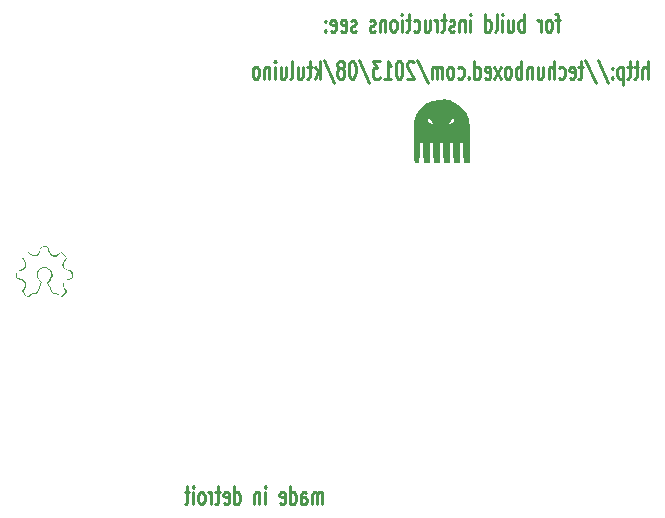
<source format=gbo>
G04 (created by PCBNEW (2013-07-07 BZR 4022)-stable) date 8/3/2013 10:48:53 AM*
%MOIN*%
G04 Gerber Fmt 3.4, Leading zero omitted, Abs format*
%FSLAX34Y34*%
G01*
G70*
G90*
G04 APERTURE LIST*
%ADD10C,0.00590551*%
%ADD11C,0.01*%
%ADD12C,0.0001*%
G04 APERTURE END LIST*
G54D10*
G54D11*
X86811Y-46592D02*
X86811Y-45992D01*
X86639Y-46592D02*
X86639Y-46278D01*
X86659Y-46221D01*
X86697Y-46192D01*
X86754Y-46192D01*
X86792Y-46221D01*
X86811Y-46250D01*
X86506Y-46192D02*
X86354Y-46192D01*
X86449Y-45992D02*
X86449Y-46507D01*
X86430Y-46564D01*
X86392Y-46592D01*
X86354Y-46592D01*
X86278Y-46192D02*
X86125Y-46192D01*
X86220Y-45992D02*
X86220Y-46507D01*
X86201Y-46564D01*
X86163Y-46592D01*
X86125Y-46592D01*
X85992Y-46192D02*
X85992Y-46792D01*
X85992Y-46221D02*
X85954Y-46192D01*
X85878Y-46192D01*
X85840Y-46221D01*
X85820Y-46250D01*
X85801Y-46307D01*
X85801Y-46478D01*
X85820Y-46535D01*
X85840Y-46564D01*
X85878Y-46592D01*
X85954Y-46592D01*
X85992Y-46564D01*
X85630Y-46535D02*
X85611Y-46564D01*
X85630Y-46592D01*
X85649Y-46564D01*
X85630Y-46535D01*
X85630Y-46592D01*
X85630Y-46221D02*
X85611Y-46250D01*
X85630Y-46278D01*
X85649Y-46250D01*
X85630Y-46221D01*
X85630Y-46278D01*
X85154Y-45964D02*
X85497Y-46735D01*
X84735Y-45964D02*
X85078Y-46735D01*
X84659Y-46192D02*
X84506Y-46192D01*
X84601Y-45992D02*
X84601Y-46507D01*
X84582Y-46564D01*
X84544Y-46592D01*
X84506Y-46592D01*
X84220Y-46564D02*
X84259Y-46592D01*
X84335Y-46592D01*
X84373Y-46564D01*
X84392Y-46507D01*
X84392Y-46278D01*
X84373Y-46221D01*
X84335Y-46192D01*
X84259Y-46192D01*
X84220Y-46221D01*
X84201Y-46278D01*
X84201Y-46335D01*
X84392Y-46392D01*
X83859Y-46564D02*
X83897Y-46592D01*
X83973Y-46592D01*
X84011Y-46564D01*
X84030Y-46535D01*
X84049Y-46478D01*
X84049Y-46307D01*
X84030Y-46250D01*
X84011Y-46221D01*
X83973Y-46192D01*
X83897Y-46192D01*
X83859Y-46221D01*
X83687Y-46592D02*
X83687Y-45992D01*
X83516Y-46592D02*
X83516Y-46278D01*
X83535Y-46221D01*
X83573Y-46192D01*
X83630Y-46192D01*
X83668Y-46221D01*
X83687Y-46250D01*
X83154Y-46192D02*
X83154Y-46592D01*
X83325Y-46192D02*
X83325Y-46507D01*
X83306Y-46564D01*
X83268Y-46592D01*
X83211Y-46592D01*
X83173Y-46564D01*
X83154Y-46535D01*
X82963Y-46192D02*
X82963Y-46592D01*
X82963Y-46250D02*
X82944Y-46221D01*
X82906Y-46192D01*
X82849Y-46192D01*
X82811Y-46221D01*
X82792Y-46278D01*
X82792Y-46592D01*
X82601Y-46592D02*
X82601Y-45992D01*
X82601Y-46221D02*
X82563Y-46192D01*
X82487Y-46192D01*
X82449Y-46221D01*
X82430Y-46250D01*
X82411Y-46307D01*
X82411Y-46478D01*
X82430Y-46535D01*
X82449Y-46564D01*
X82487Y-46592D01*
X82563Y-46592D01*
X82601Y-46564D01*
X82182Y-46592D02*
X82220Y-46564D01*
X82240Y-46535D01*
X82259Y-46478D01*
X82259Y-46307D01*
X82240Y-46250D01*
X82220Y-46221D01*
X82182Y-46192D01*
X82125Y-46192D01*
X82087Y-46221D01*
X82068Y-46250D01*
X82049Y-46307D01*
X82049Y-46478D01*
X82068Y-46535D01*
X82087Y-46564D01*
X82125Y-46592D01*
X82182Y-46592D01*
X81916Y-46592D02*
X81706Y-46192D01*
X81916Y-46192D02*
X81706Y-46592D01*
X81401Y-46564D02*
X81440Y-46592D01*
X81516Y-46592D01*
X81554Y-46564D01*
X81573Y-46507D01*
X81573Y-46278D01*
X81554Y-46221D01*
X81516Y-46192D01*
X81440Y-46192D01*
X81401Y-46221D01*
X81382Y-46278D01*
X81382Y-46335D01*
X81573Y-46392D01*
X81040Y-46592D02*
X81040Y-45992D01*
X81040Y-46564D02*
X81078Y-46592D01*
X81154Y-46592D01*
X81192Y-46564D01*
X81211Y-46535D01*
X81230Y-46478D01*
X81230Y-46307D01*
X81211Y-46250D01*
X81192Y-46221D01*
X81154Y-46192D01*
X81078Y-46192D01*
X81040Y-46221D01*
X80849Y-46535D02*
X80830Y-46564D01*
X80849Y-46592D01*
X80868Y-46564D01*
X80849Y-46535D01*
X80849Y-46592D01*
X80487Y-46564D02*
X80525Y-46592D01*
X80601Y-46592D01*
X80640Y-46564D01*
X80659Y-46535D01*
X80678Y-46478D01*
X80678Y-46307D01*
X80659Y-46250D01*
X80640Y-46221D01*
X80601Y-46192D01*
X80525Y-46192D01*
X80487Y-46221D01*
X80259Y-46592D02*
X80297Y-46564D01*
X80316Y-46535D01*
X80335Y-46478D01*
X80335Y-46307D01*
X80316Y-46250D01*
X80297Y-46221D01*
X80259Y-46192D01*
X80201Y-46192D01*
X80163Y-46221D01*
X80144Y-46250D01*
X80125Y-46307D01*
X80125Y-46478D01*
X80144Y-46535D01*
X80163Y-46564D01*
X80201Y-46592D01*
X80259Y-46592D01*
X79954Y-46592D02*
X79954Y-46192D01*
X79954Y-46250D02*
X79935Y-46221D01*
X79897Y-46192D01*
X79840Y-46192D01*
X79801Y-46221D01*
X79782Y-46278D01*
X79782Y-46592D01*
X79782Y-46278D02*
X79763Y-46221D01*
X79725Y-46192D01*
X79668Y-46192D01*
X79630Y-46221D01*
X79611Y-46278D01*
X79611Y-46592D01*
X79135Y-45964D02*
X79478Y-46735D01*
X79020Y-46050D02*
X79001Y-46021D01*
X78963Y-45992D01*
X78868Y-45992D01*
X78830Y-46021D01*
X78811Y-46050D01*
X78792Y-46107D01*
X78792Y-46164D01*
X78811Y-46250D01*
X79040Y-46592D01*
X78792Y-46592D01*
X78544Y-45992D02*
X78506Y-45992D01*
X78468Y-46021D01*
X78449Y-46050D01*
X78430Y-46107D01*
X78411Y-46221D01*
X78411Y-46364D01*
X78430Y-46478D01*
X78449Y-46535D01*
X78468Y-46564D01*
X78506Y-46592D01*
X78544Y-46592D01*
X78582Y-46564D01*
X78601Y-46535D01*
X78620Y-46478D01*
X78640Y-46364D01*
X78640Y-46221D01*
X78620Y-46107D01*
X78601Y-46050D01*
X78582Y-46021D01*
X78544Y-45992D01*
X78030Y-46592D02*
X78259Y-46592D01*
X78144Y-46592D02*
X78144Y-45992D01*
X78182Y-46078D01*
X78220Y-46135D01*
X78259Y-46164D01*
X77897Y-45992D02*
X77649Y-45992D01*
X77782Y-46221D01*
X77725Y-46221D01*
X77687Y-46250D01*
X77668Y-46278D01*
X77649Y-46335D01*
X77649Y-46478D01*
X77668Y-46535D01*
X77687Y-46564D01*
X77725Y-46592D01*
X77840Y-46592D01*
X77878Y-46564D01*
X77897Y-46535D01*
X77192Y-45964D02*
X77535Y-46735D01*
X76982Y-45992D02*
X76944Y-45992D01*
X76906Y-46021D01*
X76887Y-46050D01*
X76868Y-46107D01*
X76849Y-46221D01*
X76849Y-46364D01*
X76868Y-46478D01*
X76887Y-46535D01*
X76906Y-46564D01*
X76944Y-46592D01*
X76982Y-46592D01*
X77020Y-46564D01*
X77040Y-46535D01*
X77059Y-46478D01*
X77078Y-46364D01*
X77078Y-46221D01*
X77059Y-46107D01*
X77040Y-46050D01*
X77020Y-46021D01*
X76982Y-45992D01*
X76620Y-46250D02*
X76659Y-46221D01*
X76678Y-46192D01*
X76697Y-46135D01*
X76697Y-46107D01*
X76678Y-46050D01*
X76659Y-46021D01*
X76620Y-45992D01*
X76544Y-45992D01*
X76506Y-46021D01*
X76487Y-46050D01*
X76468Y-46107D01*
X76468Y-46135D01*
X76487Y-46192D01*
X76506Y-46221D01*
X76544Y-46250D01*
X76620Y-46250D01*
X76659Y-46278D01*
X76678Y-46307D01*
X76697Y-46364D01*
X76697Y-46478D01*
X76678Y-46535D01*
X76659Y-46564D01*
X76620Y-46592D01*
X76544Y-46592D01*
X76506Y-46564D01*
X76487Y-46535D01*
X76468Y-46478D01*
X76468Y-46364D01*
X76487Y-46307D01*
X76506Y-46278D01*
X76544Y-46250D01*
X76011Y-45964D02*
X76354Y-46735D01*
X75878Y-46592D02*
X75878Y-45992D01*
X75840Y-46364D02*
X75725Y-46592D01*
X75725Y-46192D02*
X75878Y-46421D01*
X75611Y-46192D02*
X75459Y-46192D01*
X75554Y-45992D02*
X75554Y-46507D01*
X75535Y-46564D01*
X75497Y-46592D01*
X75459Y-46592D01*
X75154Y-46192D02*
X75154Y-46592D01*
X75325Y-46192D02*
X75325Y-46507D01*
X75306Y-46564D01*
X75268Y-46592D01*
X75211Y-46592D01*
X75173Y-46564D01*
X75154Y-46535D01*
X74906Y-46592D02*
X74944Y-46564D01*
X74963Y-46507D01*
X74963Y-45992D01*
X74582Y-46192D02*
X74582Y-46592D01*
X74754Y-46192D02*
X74754Y-46507D01*
X74735Y-46564D01*
X74697Y-46592D01*
X74640Y-46592D01*
X74601Y-46564D01*
X74582Y-46535D01*
X74392Y-46592D02*
X74392Y-46192D01*
X74392Y-45992D02*
X74411Y-46021D01*
X74392Y-46050D01*
X74373Y-46021D01*
X74392Y-45992D01*
X74392Y-46050D01*
X74201Y-46192D02*
X74201Y-46592D01*
X74201Y-46250D02*
X74182Y-46221D01*
X74144Y-46192D01*
X74087Y-46192D01*
X74049Y-46221D01*
X74030Y-46278D01*
X74030Y-46592D01*
X73782Y-46592D02*
X73820Y-46564D01*
X73840Y-46535D01*
X73859Y-46478D01*
X73859Y-46307D01*
X73840Y-46250D01*
X73820Y-46221D01*
X73782Y-46192D01*
X73725Y-46192D01*
X73687Y-46221D01*
X73668Y-46250D01*
X73649Y-46307D01*
X73649Y-46478D01*
X73668Y-46535D01*
X73687Y-46564D01*
X73725Y-46592D01*
X73782Y-46592D01*
X83892Y-44622D02*
X83740Y-44622D01*
X83835Y-45022D02*
X83835Y-44508D01*
X83816Y-44451D01*
X83778Y-44422D01*
X83740Y-44422D01*
X83549Y-45022D02*
X83588Y-44994D01*
X83607Y-44965D01*
X83626Y-44908D01*
X83626Y-44737D01*
X83607Y-44680D01*
X83588Y-44651D01*
X83549Y-44622D01*
X83492Y-44622D01*
X83454Y-44651D01*
X83435Y-44680D01*
X83416Y-44737D01*
X83416Y-44908D01*
X83435Y-44965D01*
X83454Y-44994D01*
X83492Y-45022D01*
X83549Y-45022D01*
X83245Y-45022D02*
X83245Y-44622D01*
X83245Y-44737D02*
X83226Y-44680D01*
X83207Y-44651D01*
X83169Y-44622D01*
X83130Y-44622D01*
X82692Y-45022D02*
X82692Y-44422D01*
X82692Y-44651D02*
X82654Y-44622D01*
X82578Y-44622D01*
X82540Y-44651D01*
X82521Y-44680D01*
X82502Y-44737D01*
X82502Y-44908D01*
X82521Y-44965D01*
X82540Y-44994D01*
X82578Y-45022D01*
X82654Y-45022D01*
X82692Y-44994D01*
X82159Y-44622D02*
X82159Y-45022D01*
X82330Y-44622D02*
X82330Y-44937D01*
X82311Y-44994D01*
X82273Y-45022D01*
X82216Y-45022D01*
X82178Y-44994D01*
X82159Y-44965D01*
X81969Y-45022D02*
X81969Y-44622D01*
X81969Y-44422D02*
X81988Y-44451D01*
X81969Y-44480D01*
X81949Y-44451D01*
X81969Y-44422D01*
X81969Y-44480D01*
X81721Y-45022D02*
X81759Y-44994D01*
X81778Y-44937D01*
X81778Y-44422D01*
X81397Y-45022D02*
X81397Y-44422D01*
X81397Y-44994D02*
X81435Y-45022D01*
X81511Y-45022D01*
X81549Y-44994D01*
X81569Y-44965D01*
X81588Y-44908D01*
X81588Y-44737D01*
X81569Y-44680D01*
X81549Y-44651D01*
X81511Y-44622D01*
X81435Y-44622D01*
X81397Y-44651D01*
X80902Y-45022D02*
X80902Y-44622D01*
X80902Y-44422D02*
X80921Y-44451D01*
X80902Y-44480D01*
X80883Y-44451D01*
X80902Y-44422D01*
X80902Y-44480D01*
X80711Y-44622D02*
X80711Y-45022D01*
X80711Y-44680D02*
X80692Y-44651D01*
X80654Y-44622D01*
X80597Y-44622D01*
X80559Y-44651D01*
X80540Y-44708D01*
X80540Y-45022D01*
X80369Y-44994D02*
X80330Y-45022D01*
X80254Y-45022D01*
X80216Y-44994D01*
X80197Y-44937D01*
X80197Y-44908D01*
X80216Y-44851D01*
X80254Y-44822D01*
X80311Y-44822D01*
X80349Y-44794D01*
X80369Y-44737D01*
X80369Y-44708D01*
X80349Y-44651D01*
X80311Y-44622D01*
X80254Y-44622D01*
X80216Y-44651D01*
X80083Y-44622D02*
X79930Y-44622D01*
X80026Y-44422D02*
X80026Y-44937D01*
X80007Y-44994D01*
X79969Y-45022D01*
X79930Y-45022D01*
X79797Y-45022D02*
X79797Y-44622D01*
X79797Y-44737D02*
X79778Y-44680D01*
X79759Y-44651D01*
X79721Y-44622D01*
X79683Y-44622D01*
X79378Y-44622D02*
X79378Y-45022D01*
X79550Y-44622D02*
X79550Y-44937D01*
X79530Y-44994D01*
X79492Y-45022D01*
X79435Y-45022D01*
X79397Y-44994D01*
X79378Y-44965D01*
X79016Y-44994D02*
X79054Y-45022D01*
X79130Y-45022D01*
X79169Y-44994D01*
X79188Y-44965D01*
X79207Y-44908D01*
X79207Y-44737D01*
X79188Y-44680D01*
X79169Y-44651D01*
X79130Y-44622D01*
X79054Y-44622D01*
X79016Y-44651D01*
X78902Y-44622D02*
X78750Y-44622D01*
X78845Y-44422D02*
X78845Y-44937D01*
X78826Y-44994D01*
X78788Y-45022D01*
X78750Y-45022D01*
X78616Y-45022D02*
X78616Y-44622D01*
X78616Y-44422D02*
X78635Y-44451D01*
X78616Y-44480D01*
X78597Y-44451D01*
X78616Y-44422D01*
X78616Y-44480D01*
X78369Y-45022D02*
X78407Y-44994D01*
X78426Y-44965D01*
X78445Y-44908D01*
X78445Y-44737D01*
X78426Y-44680D01*
X78407Y-44651D01*
X78369Y-44622D01*
X78311Y-44622D01*
X78273Y-44651D01*
X78254Y-44680D01*
X78235Y-44737D01*
X78235Y-44908D01*
X78254Y-44965D01*
X78273Y-44994D01*
X78311Y-45022D01*
X78369Y-45022D01*
X78064Y-44622D02*
X78064Y-45022D01*
X78064Y-44680D02*
X78045Y-44651D01*
X78007Y-44622D01*
X77950Y-44622D01*
X77911Y-44651D01*
X77892Y-44708D01*
X77892Y-45022D01*
X77721Y-44994D02*
X77683Y-45022D01*
X77607Y-45022D01*
X77569Y-44994D01*
X77550Y-44937D01*
X77550Y-44908D01*
X77569Y-44851D01*
X77607Y-44822D01*
X77664Y-44822D01*
X77702Y-44794D01*
X77721Y-44737D01*
X77721Y-44708D01*
X77702Y-44651D01*
X77664Y-44622D01*
X77607Y-44622D01*
X77569Y-44651D01*
X77092Y-44994D02*
X77054Y-45022D01*
X76978Y-45022D01*
X76940Y-44994D01*
X76921Y-44937D01*
X76921Y-44908D01*
X76940Y-44851D01*
X76978Y-44822D01*
X77035Y-44822D01*
X77073Y-44794D01*
X77092Y-44737D01*
X77092Y-44708D01*
X77073Y-44651D01*
X77035Y-44622D01*
X76978Y-44622D01*
X76940Y-44651D01*
X76597Y-44994D02*
X76635Y-45022D01*
X76711Y-45022D01*
X76750Y-44994D01*
X76769Y-44937D01*
X76769Y-44708D01*
X76750Y-44651D01*
X76711Y-44622D01*
X76635Y-44622D01*
X76597Y-44651D01*
X76578Y-44708D01*
X76578Y-44765D01*
X76769Y-44822D01*
X76254Y-44994D02*
X76292Y-45022D01*
X76369Y-45022D01*
X76407Y-44994D01*
X76426Y-44937D01*
X76426Y-44708D01*
X76407Y-44651D01*
X76369Y-44622D01*
X76292Y-44622D01*
X76254Y-44651D01*
X76235Y-44708D01*
X76235Y-44765D01*
X76426Y-44822D01*
X76064Y-44965D02*
X76045Y-44994D01*
X76064Y-45022D01*
X76083Y-44994D01*
X76064Y-44965D01*
X76064Y-45022D01*
X76064Y-44651D02*
X76045Y-44680D01*
X76064Y-44708D01*
X76083Y-44680D01*
X76064Y-44651D01*
X76064Y-44708D01*
X75966Y-60772D02*
X75966Y-60372D01*
X75966Y-60430D02*
X75947Y-60401D01*
X75909Y-60372D01*
X75852Y-60372D01*
X75814Y-60401D01*
X75795Y-60458D01*
X75795Y-60772D01*
X75795Y-60458D02*
X75776Y-60401D01*
X75738Y-60372D01*
X75680Y-60372D01*
X75642Y-60401D01*
X75623Y-60458D01*
X75623Y-60772D01*
X75261Y-60772D02*
X75261Y-60458D01*
X75280Y-60401D01*
X75319Y-60372D01*
X75395Y-60372D01*
X75433Y-60401D01*
X75261Y-60744D02*
X75299Y-60772D01*
X75395Y-60772D01*
X75433Y-60744D01*
X75452Y-60687D01*
X75452Y-60630D01*
X75433Y-60572D01*
X75395Y-60544D01*
X75299Y-60544D01*
X75261Y-60515D01*
X74899Y-60772D02*
X74899Y-60172D01*
X74899Y-60744D02*
X74938Y-60772D01*
X75014Y-60772D01*
X75052Y-60744D01*
X75071Y-60715D01*
X75090Y-60658D01*
X75090Y-60487D01*
X75071Y-60430D01*
X75052Y-60401D01*
X75014Y-60372D01*
X74938Y-60372D01*
X74899Y-60401D01*
X74557Y-60744D02*
X74595Y-60772D01*
X74671Y-60772D01*
X74709Y-60744D01*
X74728Y-60687D01*
X74728Y-60458D01*
X74709Y-60401D01*
X74671Y-60372D01*
X74595Y-60372D01*
X74557Y-60401D01*
X74538Y-60458D01*
X74538Y-60515D01*
X74728Y-60572D01*
X74061Y-60772D02*
X74061Y-60372D01*
X74061Y-60172D02*
X74080Y-60201D01*
X74061Y-60230D01*
X74042Y-60201D01*
X74061Y-60172D01*
X74061Y-60230D01*
X73871Y-60372D02*
X73871Y-60772D01*
X73871Y-60430D02*
X73852Y-60401D01*
X73814Y-60372D01*
X73757Y-60372D01*
X73719Y-60401D01*
X73699Y-60458D01*
X73699Y-60772D01*
X73033Y-60772D02*
X73033Y-60172D01*
X73033Y-60744D02*
X73071Y-60772D01*
X73147Y-60772D01*
X73185Y-60744D01*
X73204Y-60715D01*
X73223Y-60658D01*
X73223Y-60487D01*
X73204Y-60430D01*
X73185Y-60401D01*
X73147Y-60372D01*
X73071Y-60372D01*
X73033Y-60401D01*
X72690Y-60744D02*
X72728Y-60772D01*
X72804Y-60772D01*
X72842Y-60744D01*
X72861Y-60687D01*
X72861Y-60458D01*
X72842Y-60401D01*
X72804Y-60372D01*
X72728Y-60372D01*
X72690Y-60401D01*
X72671Y-60458D01*
X72671Y-60515D01*
X72861Y-60572D01*
X72557Y-60372D02*
X72404Y-60372D01*
X72499Y-60172D02*
X72499Y-60687D01*
X72480Y-60744D01*
X72442Y-60772D01*
X72404Y-60772D01*
X72271Y-60772D02*
X72271Y-60372D01*
X72271Y-60487D02*
X72252Y-60430D01*
X72233Y-60401D01*
X72195Y-60372D01*
X72157Y-60372D01*
X71966Y-60772D02*
X72004Y-60744D01*
X72023Y-60715D01*
X72042Y-60658D01*
X72042Y-60487D01*
X72023Y-60430D01*
X72004Y-60401D01*
X71966Y-60372D01*
X71909Y-60372D01*
X71871Y-60401D01*
X71852Y-60430D01*
X71833Y-60487D01*
X71833Y-60658D01*
X71852Y-60715D01*
X71871Y-60744D01*
X71909Y-60772D01*
X71966Y-60772D01*
X71661Y-60772D02*
X71661Y-60372D01*
X71661Y-60172D02*
X71680Y-60201D01*
X71661Y-60230D01*
X71642Y-60201D01*
X71661Y-60172D01*
X71661Y-60230D01*
X71528Y-60372D02*
X71376Y-60372D01*
X71471Y-60172D02*
X71471Y-60687D01*
X71452Y-60744D01*
X71414Y-60772D01*
X71376Y-60772D01*
G54D12*
G36*
X67653Y-53119D02*
X67650Y-53210D01*
X67629Y-53255D01*
X67620Y-53258D01*
X67620Y-53121D01*
X67601Y-53030D01*
X67541Y-52984D01*
X67451Y-52973D01*
X67391Y-52944D01*
X67336Y-52872D01*
X67304Y-52800D01*
X67308Y-52747D01*
X67349Y-52679D01*
X67356Y-52669D01*
X67428Y-52567D01*
X67344Y-52483D01*
X67260Y-52399D01*
X67161Y-52472D01*
X67090Y-52519D01*
X67038Y-52526D01*
X66969Y-52498D01*
X66961Y-52494D01*
X66877Y-52425D01*
X66839Y-52324D01*
X66817Y-52245D01*
X66778Y-52212D01*
X66704Y-52206D01*
X66631Y-52212D01*
X66594Y-52242D01*
X66574Y-52316D01*
X66570Y-52337D01*
X66527Y-52451D01*
X66451Y-52509D01*
X66348Y-52508D01*
X66256Y-52465D01*
X66150Y-52398D01*
X66068Y-52474D01*
X65987Y-52550D01*
X66057Y-52663D01*
X66100Y-52746D01*
X66106Y-52811D01*
X66087Y-52870D01*
X66043Y-52939D01*
X65967Y-52976D01*
X65917Y-52986D01*
X65833Y-53004D01*
X65795Y-53036D01*
X65786Y-53100D01*
X65786Y-53119D01*
X65792Y-53193D01*
X65824Y-53230D01*
X65900Y-53249D01*
X65912Y-53251D01*
X66004Y-53277D01*
X66056Y-53329D01*
X66078Y-53378D01*
X66100Y-53460D01*
X66086Y-53529D01*
X66053Y-53589D01*
X66013Y-53660D01*
X66008Y-53703D01*
X66042Y-53747D01*
X66061Y-53767D01*
X66116Y-53819D01*
X66153Y-53833D01*
X66201Y-53810D01*
X66253Y-53773D01*
X66330Y-53732D01*
X66391Y-53723D01*
X66395Y-53725D01*
X66434Y-53714D01*
X66478Y-53649D01*
X66518Y-53561D01*
X66592Y-53378D01*
X66522Y-53309D01*
X66455Y-53200D01*
X66447Y-53081D01*
X66497Y-52967D01*
X66546Y-52915D01*
X66658Y-52851D01*
X66764Y-52853D01*
X66872Y-52921D01*
X66889Y-52937D01*
X66967Y-53048D01*
X66979Y-53159D01*
X66925Y-53274D01*
X66908Y-53295D01*
X66830Y-53390D01*
X66909Y-53568D01*
X66961Y-53673D01*
X67004Y-53722D01*
X67040Y-53726D01*
X67100Y-53731D01*
X67175Y-53771D01*
X67179Y-53774D01*
X67265Y-53842D01*
X67346Y-53762D01*
X67398Y-53704D01*
X67406Y-53661D01*
X67374Y-53601D01*
X67368Y-53593D01*
X67326Y-53479D01*
X67344Y-53374D01*
X67415Y-53293D01*
X67496Y-53259D01*
X67577Y-53232D01*
X67612Y-53192D01*
X67620Y-53121D01*
X67620Y-53258D01*
X67574Y-53276D01*
X67522Y-53285D01*
X67433Y-53307D01*
X67389Y-53347D01*
X67370Y-53405D01*
X67373Y-53528D01*
X67408Y-53605D01*
X67444Y-53674D01*
X67444Y-53720D01*
X67402Y-53772D01*
X67380Y-53794D01*
X67292Y-53882D01*
X67181Y-53816D01*
X67095Y-53776D01*
X67026Y-53762D01*
X67016Y-53763D01*
X66974Y-53749D01*
X66926Y-53682D01*
X66879Y-53583D01*
X66795Y-53390D01*
X66874Y-53295D01*
X66941Y-53178D01*
X66941Y-53065D01*
X66875Y-52959D01*
X66871Y-52955D01*
X66773Y-52886D01*
X66677Y-52884D01*
X66574Y-52947D01*
X66573Y-52948D01*
X66495Y-53053D01*
X66479Y-53164D01*
X66526Y-53269D01*
X66557Y-53302D01*
X66627Y-53368D01*
X66548Y-53572D01*
X66500Y-53685D01*
X66461Y-53746D01*
X66422Y-53767D01*
X66402Y-53767D01*
X66327Y-53779D01*
X66253Y-53815D01*
X66188Y-53858D01*
X66143Y-53865D01*
X66094Y-53832D01*
X66039Y-53776D01*
X65946Y-53679D01*
X66018Y-53582D01*
X66064Y-53508D01*
X66069Y-53449D01*
X66049Y-53395D01*
X65986Y-53317D01*
X65922Y-53286D01*
X65823Y-53261D01*
X65773Y-53231D01*
X65755Y-53180D01*
X65753Y-53125D01*
X65777Y-53018D01*
X65850Y-52956D01*
X65951Y-52940D01*
X66023Y-52913D01*
X66060Y-52844D01*
X66058Y-52749D01*
X66021Y-52658D01*
X65954Y-52551D01*
X66052Y-52457D01*
X66149Y-52364D01*
X66256Y-52432D01*
X66367Y-52476D01*
X66457Y-52458D01*
X66520Y-52379D01*
X66543Y-52310D01*
X66567Y-52233D01*
X66606Y-52196D01*
X66684Y-52181D01*
X66709Y-52179D01*
X66797Y-52176D01*
X66840Y-52195D01*
X66860Y-52253D01*
X66868Y-52300D01*
X66910Y-52417D01*
X66981Y-52478D01*
X67074Y-52480D01*
X67152Y-52440D01*
X67235Y-52388D01*
X67292Y-52381D01*
X67348Y-52421D01*
X67380Y-52456D01*
X67435Y-52527D01*
X67446Y-52579D01*
X67412Y-52640D01*
X67389Y-52670D01*
X67344Y-52770D01*
X67360Y-52858D01*
X67432Y-52924D01*
X67521Y-52953D01*
X67603Y-52969D01*
X67641Y-52998D01*
X67652Y-53061D01*
X67653Y-53119D01*
X67653Y-53119D01*
X67653Y-53119D01*
G37*
G36*
X80887Y-48545D02*
X80886Y-48736D01*
X80877Y-49397D01*
X80777Y-49397D01*
X80677Y-49397D01*
X80667Y-49038D01*
X80661Y-48874D01*
X80652Y-48766D01*
X80638Y-48705D01*
X80619Y-48681D01*
X80610Y-48680D01*
X80588Y-48693D01*
X80572Y-48740D01*
X80562Y-48830D01*
X80555Y-48973D01*
X80553Y-49038D01*
X80543Y-49397D01*
X80443Y-49397D01*
X80359Y-49397D01*
X80359Y-47943D01*
X80336Y-47914D01*
X80328Y-47913D01*
X80288Y-47938D01*
X80245Y-47987D01*
X80199Y-48069D01*
X80199Y-48110D01*
X80239Y-48103D01*
X80299Y-48058D01*
X80345Y-47998D01*
X80359Y-47943D01*
X80359Y-49397D01*
X80343Y-49397D01*
X80334Y-49038D01*
X80328Y-48874D01*
X80319Y-48766D01*
X80305Y-48705D01*
X80285Y-48681D01*
X80277Y-48680D01*
X80254Y-48693D01*
X80239Y-48740D01*
X80228Y-48830D01*
X80221Y-48973D01*
X80219Y-49038D01*
X80210Y-49397D01*
X80110Y-49397D01*
X80010Y-49397D01*
X80000Y-49038D01*
X79994Y-48874D01*
X79985Y-48766D01*
X79972Y-48705D01*
X79952Y-48681D01*
X79943Y-48680D01*
X79921Y-48693D01*
X79905Y-48740D01*
X79895Y-48830D01*
X79888Y-48973D01*
X79886Y-49038D01*
X79877Y-49397D01*
X79777Y-49397D01*
X79677Y-49397D01*
X79667Y-49038D01*
X79661Y-48874D01*
X79660Y-48862D01*
X79660Y-48087D01*
X79640Y-48036D01*
X79596Y-47973D01*
X79548Y-47924D01*
X79525Y-47913D01*
X79495Y-47935D01*
X79506Y-47990D01*
X79548Y-48052D01*
X79608Y-48102D01*
X79649Y-48110D01*
X79660Y-48087D01*
X79660Y-48862D01*
X79652Y-48766D01*
X79638Y-48705D01*
X79619Y-48681D01*
X79610Y-48680D01*
X79588Y-48693D01*
X79572Y-48740D01*
X79562Y-48830D01*
X79555Y-48973D01*
X79553Y-49038D01*
X79543Y-49397D01*
X79443Y-49397D01*
X79343Y-49397D01*
X79334Y-49038D01*
X79328Y-48874D01*
X79319Y-48766D01*
X79305Y-48705D01*
X79285Y-48681D01*
X79277Y-48680D01*
X79254Y-48693D01*
X79239Y-48740D01*
X79228Y-48830D01*
X79221Y-48973D01*
X79219Y-49038D01*
X79214Y-49197D01*
X79207Y-49301D01*
X79196Y-49362D01*
X79178Y-49393D01*
X79150Y-49405D01*
X79142Y-49406D01*
X79076Y-49404D01*
X79050Y-49392D01*
X79043Y-49353D01*
X79037Y-49258D01*
X79032Y-49116D01*
X79029Y-48938D01*
X79027Y-48734D01*
X79027Y-48666D01*
X79027Y-48430D01*
X79029Y-48250D01*
X79033Y-48116D01*
X79041Y-48017D01*
X79052Y-47943D01*
X79069Y-47882D01*
X79092Y-47825D01*
X79105Y-47796D01*
X79232Y-47592D01*
X79400Y-47440D01*
X79610Y-47340D01*
X79862Y-47291D01*
X79910Y-47287D01*
X80049Y-47282D01*
X80148Y-47288D01*
X80234Y-47310D01*
X80332Y-47354D01*
X80393Y-47386D01*
X80597Y-47525D01*
X80752Y-47705D01*
X80851Y-47918D01*
X80860Y-47947D01*
X80871Y-48025D01*
X80880Y-48158D01*
X80885Y-48335D01*
X80887Y-48545D01*
X80887Y-48545D01*
X80887Y-48545D01*
G37*
M02*

</source>
